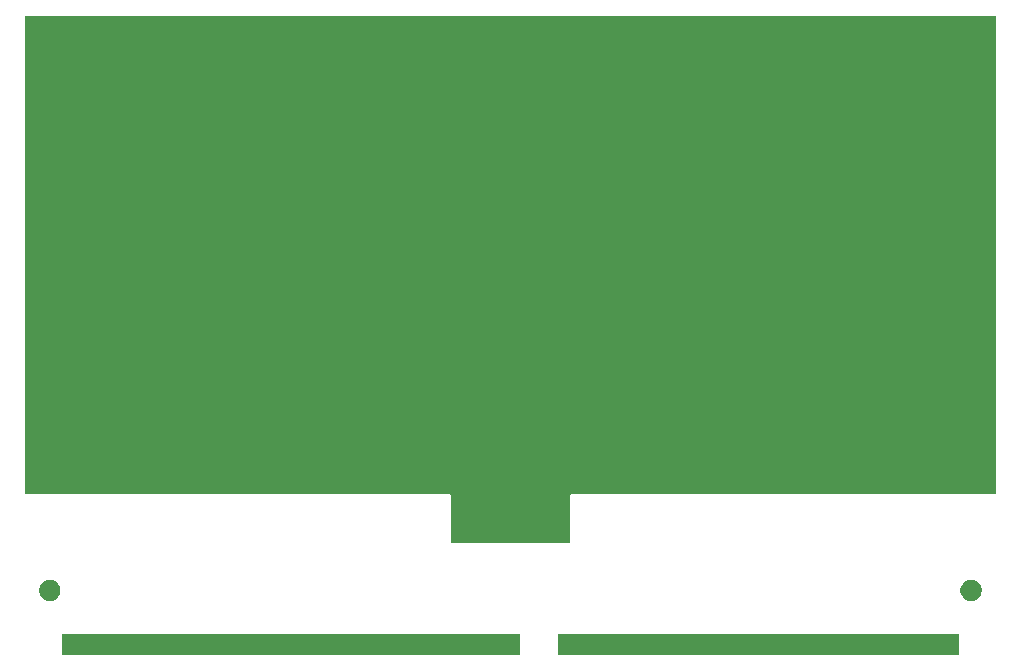
<source format=gbr>
G04 #@! TF.GenerationSoftware,KiCad,Pcbnew,5.0.2-bee76a0~70~ubuntu18.04.1*
G04 #@! TF.CreationDate,2020-04-09T14:21:13+02:00*
G04 #@! TF.ProjectId,DIMMCartridge,44494d4d-4361-4727-9472-696467652e6b,rev?*
G04 #@! TF.SameCoordinates,Original*
G04 #@! TF.FileFunction,Soldermask,Top*
G04 #@! TF.FilePolarity,Negative*
%FSLAX46Y46*%
G04 Gerber Fmt 4.6, Leading zero omitted, Abs format (unit mm)*
G04 Created by KiCad (PCBNEW 5.0.2-bee76a0~70~ubuntu18.04.1) date Do 09 Apr 2020 14:21:13 CEST*
%MOMM*%
%LPD*%
G01*
G04 APERTURE LIST*
%ADD10C,0.100000*%
G04 APERTURE END LIST*
D10*
G36*
X138000000Y-132540000D02*
X104000000Y-132540000D01*
X104000000Y-130740000D01*
X138000000Y-130740000D01*
X138000000Y-132540000D01*
X138000000Y-132540000D01*
G37*
G36*
X100800000Y-132540000D02*
X62000000Y-132540000D01*
X62000000Y-130740000D01*
X100800000Y-130740000D01*
X100800000Y-132540000D01*
X100800000Y-132540000D01*
G37*
G36*
X61262521Y-126174586D02*
X61426309Y-126242429D01*
X61573720Y-126340926D01*
X61699074Y-126466280D01*
X61797571Y-126613691D01*
X61865414Y-126777479D01*
X61900000Y-126951356D01*
X61900000Y-127128644D01*
X61865414Y-127302521D01*
X61797571Y-127466309D01*
X61699074Y-127613720D01*
X61573720Y-127739074D01*
X61426309Y-127837571D01*
X61262521Y-127905414D01*
X61088644Y-127940000D01*
X60911356Y-127940000D01*
X60737479Y-127905414D01*
X60573691Y-127837571D01*
X60426280Y-127739074D01*
X60300926Y-127613720D01*
X60202429Y-127466309D01*
X60134586Y-127302521D01*
X60100000Y-127128644D01*
X60100000Y-126951356D01*
X60134586Y-126777479D01*
X60202429Y-126613691D01*
X60300926Y-126466280D01*
X60426280Y-126340926D01*
X60573691Y-126242429D01*
X60737479Y-126174586D01*
X60911356Y-126140000D01*
X61088644Y-126140000D01*
X61262521Y-126174586D01*
X61262521Y-126174586D01*
G37*
G36*
X139262521Y-126174586D02*
X139426309Y-126242429D01*
X139573720Y-126340926D01*
X139699074Y-126466280D01*
X139797571Y-126613691D01*
X139865414Y-126777479D01*
X139900000Y-126951356D01*
X139900000Y-127128644D01*
X139865414Y-127302521D01*
X139797571Y-127466309D01*
X139699074Y-127613720D01*
X139573720Y-127739074D01*
X139426309Y-127837571D01*
X139262521Y-127905414D01*
X139088644Y-127940000D01*
X138911356Y-127940000D01*
X138737479Y-127905414D01*
X138573691Y-127837571D01*
X138426280Y-127739074D01*
X138300926Y-127613720D01*
X138202429Y-127466309D01*
X138134586Y-127302521D01*
X138100000Y-127128644D01*
X138100000Y-126951356D01*
X138134586Y-126777479D01*
X138202429Y-126613691D01*
X138300926Y-126466280D01*
X138426280Y-126340926D01*
X138573691Y-126242429D01*
X138737479Y-126174586D01*
X138911356Y-126140000D01*
X139088644Y-126140000D01*
X139262521Y-126174586D01*
X139262521Y-126174586D01*
G37*
G36*
X141099997Y-78422318D02*
X141096512Y-92536793D01*
X141090000Y-118910000D01*
X105125000Y-118910000D01*
X105100614Y-118912402D01*
X105077165Y-118919515D01*
X105055554Y-118931066D01*
X105036612Y-118946612D01*
X105021066Y-118965554D01*
X105009515Y-118987165D01*
X105002402Y-119010614D01*
X105000000Y-119035000D01*
X105000000Y-123000000D01*
X95000000Y-123000000D01*
X95000000Y-119035000D01*
X94997598Y-119010614D01*
X94990485Y-118987165D01*
X94978934Y-118965554D01*
X94963388Y-118946612D01*
X94944446Y-118931066D01*
X94922835Y-118919515D01*
X94899386Y-118912402D01*
X94875000Y-118910000D01*
X58890000Y-118910000D01*
X58890000Y-78410000D01*
X141100000Y-78410000D01*
X141099997Y-78422318D01*
X141099997Y-78422318D01*
G37*
M02*

</source>
